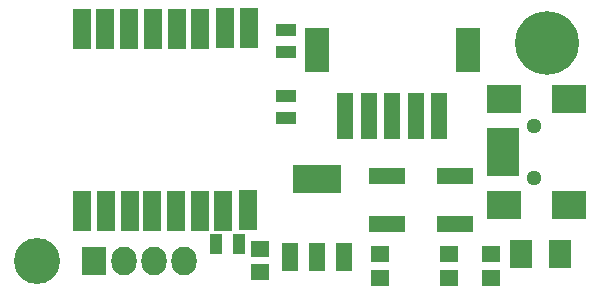
<source format=gbr>
G04 #@! TF.FileFunction,Soldermask,Top*
%FSLAX46Y46*%
G04 Gerber Fmt 4.6, Leading zero omitted, Abs format (unit mm)*
G04 Created by KiCad (PCBNEW 4.0.4-stable) date 10/04/16 21:15:39*
%MOMM*%
%LPD*%
G01*
G04 APERTURE LIST*
%ADD10C,0.100000*%
%ADD11R,1.650000X3.500000*%
%ADD12R,2.701240X0.900380*%
%ADD13R,2.899360X2.398980*%
%ADD14C,1.299160*%
%ADD15R,1.650000X1.400000*%
%ADD16R,1.924000X2.432000*%
%ADD17R,1.400000X3.900000*%
%ADD18R,2.000000X3.800000*%
%ADD19R,1.100000X1.700000*%
%ADD20R,1.700000X1.100000*%
%ADD21R,3.150000X1.400000*%
%ADD22R,4.057600X2.432000*%
%ADD23R,1.416000X2.432000*%
%ADD24R,2.127200X2.432000*%
%ADD25O,2.127200X2.432000*%
%ADD26C,5.400000*%
%ADD27C,3.900000*%
G04 APERTURE END LIST*
D10*
D11*
X137312400Y-85503000D03*
X135280400Y-85553800D03*
X133197600Y-85630000D03*
X131216400Y-85604600D03*
X129184400Y-85630000D03*
X127203200Y-85604600D03*
X125196600Y-85630000D03*
X137274300Y-100941100D03*
X135191500Y-101017300D03*
X133210300Y-101017300D03*
X131191000Y-101030000D03*
X129159000Y-101030000D03*
X127254000Y-101030000D03*
X125222000Y-101030000D03*
X123190000Y-101030000D03*
X123190000Y-85630000D03*
D12*
X158856680Y-97612200D03*
X158856680Y-96812100D03*
X158856680Y-96012000D03*
X158856680Y-95211900D03*
X158856680Y-94411800D03*
D13*
X158955740Y-100462080D03*
X164454840Y-100462080D03*
X158955740Y-91561920D03*
X164454840Y-91561920D03*
D14*
X161455100Y-98211640D03*
X161455100Y-93812360D03*
D15*
X157861000Y-104664000D03*
X157861000Y-106664000D03*
X154279600Y-104664000D03*
X154279600Y-106664000D03*
X148437600Y-106664000D03*
X148437600Y-104664000D03*
X138277600Y-106206800D03*
X138277600Y-104206800D03*
D16*
X160401000Y-104648000D03*
X163703000Y-104648000D03*
D17*
X153479000Y-92945000D03*
X151479000Y-92945000D03*
X149479000Y-92945000D03*
X147479000Y-92945000D03*
X145479000Y-92945000D03*
D18*
X155879000Y-87395000D03*
X143079000Y-87395000D03*
D19*
X136484400Y-103835200D03*
X134584400Y-103835200D03*
D20*
X140462000Y-87564000D03*
X140462000Y-85664000D03*
X140462000Y-91252000D03*
X140462000Y-93152000D03*
D21*
X149017000Y-102076000D03*
X154767000Y-102076000D03*
X154767000Y-98076000D03*
X149017000Y-98076000D03*
D22*
X143129000Y-98298000D03*
D23*
X143129000Y-104902000D03*
X145415000Y-104902000D03*
X140843000Y-104902000D03*
D24*
X124256800Y-105257600D03*
D25*
X126796800Y-105257600D03*
X129336800Y-105257600D03*
X131876800Y-105257600D03*
D26*
X162560000Y-86766400D03*
D27*
X119430800Y-105257600D03*
M02*

</source>
